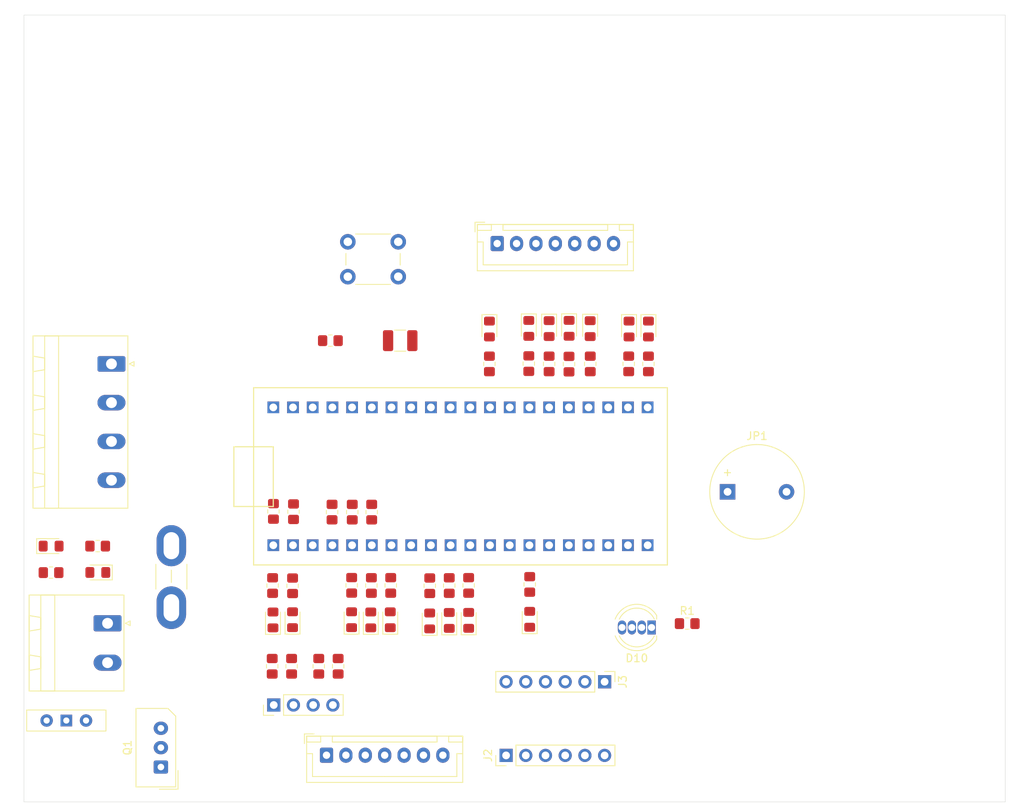
<source format=kicad_pcb>
(kicad_pcb (version 20240108) (generator "pcbnew") (generator_version "8.0")
  (layers (0 "F.Cu" signal) (31 "B.Cu" signal) (34 "B.Paste" user) (35 "F.Paste" user) (36 "B.SilkS" user "B.Silkscreen") (37 "F.SilkS" user "F.Silkscreen") (38 "B.Mask" user) (39 "F.Mask" user) (44 "Edge.Cuts" user))
  (net 0 "")
  (net 1 "Net-(C1-Pad1)")
  (net 2 "RESET")
  (net 3 "GND")
  (net 4 "Net-(D1-A)")
  (net 5 "Net-(D2-A)")
  (net 6 "Net-(D3-A)")
  (net 7 "12_V_battery")
  (net 8 "Net-(D4-A)")
  (net 9 "Net-(D5-A)")
  (net 10 "Net-(D6-A)")
  (net 11 "Net-(D7-A)")
  (net 12 "Net-(D8-A)")
  (net 13 "Net-(D9-A)")
  (net 14 "3V3")
  (net 15 "PWR_IN")
  (net 16 "5V_buck")
  (net 17 "GND_battery")
  (net 19 "RST")
  (net 24 "SCL")
  (net 25 "SDA")
  (net 26 "3V")
  (net 27 "Net-(D10-A)")
  (net 28 "Net-(Q1-G)")
  (net 29 "Net-(D16-A)")
  (net 30 "Net-(D17-A)")
  (net 31 "V_measure")
  (net 32 "BUZZ")
  (net 34 "TOGG_ACT_2")
  (net 35 "TOGG_ACT_1")
  (net 39 "LED_PIN_3")
  (net 40 "LED_PIN_2")
  (net 41 "LED_PIN_1")
  (net 43 "Net-(D11-A)")
  (net 44 "Net-(D12-A)")
  (net 45 "Net-(D13-A)")
  (net 46 "Net-(D14-A)")
  (net 47 "Net-(D15-A)")
  (net 48 "IN_2_1")
  (net 49 "IN_2_2")
  (net 50 "EN_1")
  (net 51 "EN_2")
  (net 52 "EN_3")
  (net 53 "IN_2_3")
  (net 54 "IN_2_4")
  (net 55 "EN_4")
  (net 56 "Net-(JP1-A)")
  (net 57 "Net-(D18-A)")
  (net 58 "Net-(D19-A)")
  (net 59 "IN_1_2")
  (net 60 "IN_1_3")
  (net 61 "IN_1_4")
  (net 62 "ENC_A_1_3.3")
  (net 63 "IN_1_1")
  (net 64 "ENC_A_1")
  (net 65 "ENC_A_2_3.3")
  (net 66 "ENC_A_3_3.3")
  (net 67 "ENC_A_2")
  (net 68 "ENC_A_4_3.3")
  (net 69 "ENC_A_3")
  (net 70 "ENC_A_4")
  (footprint "Resistor_SMD:R_0805_2012Metric_Pad1.20x1.40mm_HandSolder" (layer "F.Cu") (at 93.742346 140.562911 -90)
    (property "Reference" "R22" (hide yes))
    (property "Value" "150" (hide yes))
    (pad "1" smd roundrect (at -1 0 270) (size 1.2 1.4) (layers "F.Cu" "F.Paste" "F.Mask") (roundrect_rratio 0.208333) (net 66 "ENC_A_3_3.3"))
    (pad "2" smd roundrect (at 1 0 270) (size 1.2 1.4) (layers "F.Cu" "F.Paste" "F.Mask") (roundrect_rratio 0.208333) (net 57 "Net-(D18-A)"))
  )
  (footprint "Resistor_SMD:R_0805_2012Metric_Pad1.20x1.40mm_HandSolder" (layer "F.Cu") (at 98.777114 140.572788 -90)
    (property "Reference" "R3" (hide yes))
    (property "Value" "150" (hide yes))
    (pad "1" smd roundrect (at -1 0 270) (size 1.2 1.4) (layers "F.Cu" "F.Paste" "F.Mask") (roundrect_rratio 0.208333) (net 52 "EN_3"))
    (pad "2" smd roundrect (at 1 0 270) (size 1.2 1.4) (layers "F.Cu" "F.Paste" "F.Mask") (roundrect_rratio 0.208333) (net 13 "Net-(D9-A)"))
  )
  (footprint "Connector_JST:JST_XH_B7B-XH-A_1x07_P2.50mm_Vertical" (layer "F.Cu") (at 90.5 162.475)
    (property "Reference" "J5" (hide yes))
    (property "Value" "Conn_01x07_Socket" (hide yes))
    (pad "1" thru_hole roundrect (at 0 0) (size 1.7 1.95) (drill 0.95) (layers "*.Cu" "*.Mask") (roundrect_rratio 0.147059) (net 15 "PWR_IN"))
    (pad "2" thru_hole oval (at 2.5 0) (size 1.7 1.95) (drill 0.95) (layers "*.Cu" "*.Mask") (net 52 "EN_3"))
    (pad "3" thru_hole oval (at 5 0) (size 1.7 1.95) (drill 0.95) (layers "*.Cu" "*.Mask") (net 60 "IN_1_3"))
    (pad "4" thru_hole oval (at 7.5 0) (size 1.7 1.95) (drill 0.95) (layers "*.Cu" "*.Mask") (net 53 "IN_2_3"))
    (pad "5" thru_hole oval (at 10 0) (size 1.7 1.95) (drill 0.95) (layers "*.Cu" "*.Mask") (net 61 "IN_1_4"))
    (pad "6" thru_hole oval (at 12.5 0) (size 1.7 1.95) (drill 0.95) (layers "*.Cu" "*.Mask") (net 54 "IN_2_4"))
    (pad "7" thru_hole oval (at 15 0) (size 1.7 1.95) (drill 0.95) (layers "*.Cu" "*.Mask") (net 55 "EN_4"))
  )
  (footprint "LED_SMD:LED_0805_2012Metric_Pad1.15x1.40mm_HandSolder" (layer "F.Cu") (at 121.772275 107.407223 -90)
    (property "Reference" "D6" (hide yes))
    (property "Value" "GREEN_LED" (hide yes))
    (pad "1" smd roundrect (at -1.025 0 270) (size 1.15 1.4) (layers "F.Cu" "F.Paste" "F.Mask") (roundrect_rratio 0.217391) (net 3 "GND"))
    (pad "2" smd roundrect (at 1.025 0 270) (size 1.15 1.4) (layers "F.Cu" "F.Paste" "F.Mask") (roundrect_rratio 0.217391) (net 10 "Net-(D6-A)"))
  )
  (footprint "Connector_PinHeader_2.54mm:PinHeader_1x06_P2.54mm_Vertical" (layer "F.Cu") (at 113.65 162.5 90)
    (property "Reference" "J2" (at 0 -2.33 90) (layer "F.SilkS"))
    (property "Value" "Conn_01x06_Pin")
    (pad "1" thru_hole rect (at 0 0 90) (size 1.7 1.7) (drill 1) (layers "*.Cu" "*.Mask"))
    (pad "2" thru_hole oval (at 0 2.54 90) (size 1.7 1.7) (drill 1) (layers "*.Cu" "*.Mask"))
    (pad "3" thru_hole oval (at 0 5.08 90) (size 1.7 1.7) (drill 1) (layers "*.Cu" "*.Mask"))
    (pad "4" thru_hole oval (at 0 7.62 90) (size 1.7 1.7) (drill 1) (layers "*.Cu" "*.Mask") (net 19 "RST"))
    (pad "5" thru_hole oval (at 0 10.16 90) (size 1.7 1.7) (drill 1) (layers "*.Cu" "*.Mask"))
    (pad "6" thru_hole oval (at 0 12.7 90) (size 1.7 1.7) (drill 1) (layers "*.Cu" "*.Mask"))
  )
  (footprint "Resistor_SMD:R_0805_2012Metric_Pad1.20x1.40mm_HandSolder" (layer "F.Cu") (at 86.246972 131.063256 90)
    (property "Reference" "R25" (hide yes))
    (property "Value" "9k" (hide yes))
    (pad "1" smd roundrect (at -1 0 90) (size 1.2 1.4) (layers "F.Cu" "F.Paste" "F.Mask") (roundrect_rratio 0.208333) (net 65 "ENC_A_2_3.3"))
    (pad "2" smd roundrect (at 1 0 90) (size 1.2 1.4) (layers "F.Cu" "F.Paste" "F.Mask") (roundrect_rratio 0.208333) (net 3 "GND"))
  )
  (footprint "Connector_PinHeader_2.54mm:PinHeader_1x04_P2.54mm_Vertical" (layer "F.Cu") (at 83.7 156 90)
    (property "Reference" "J6" (hide yes))
    (property "Value" "Conn_01x04_Socket" (hide yes))
    (pad "1" thru_hole rect (at 0 0 90) (size 1.7 1.7) (drill 1) (layers "*.Cu" "*.Mask") (net 64 "ENC_A_1"))
    (pad "2" thru_hole oval (at 0 2.54 90) (size 1.7 1.7) (drill 1) (layers "*.Cu" "*.Mask") (net 67 "ENC_A_2"))
    (pad "3" thru_hole oval (at 0 5.08 90) (size 1.7 1.7) (drill 1) (layers "*.Cu" "*.Mask") (net 69 "ENC_A_3"))
    (pad "4" thru_hole oval (at 0 7.62 90) (size 1.7 1.7) (drill 1) (layers "*.Cu" "*.Mask") (net 70 "ENC_A_4"))
  )
  (footprint "LED_SMD:LED_0805_2012Metric_Pad1.15x1.40mm_HandSolder" (layer "F.Cu") (at 119.197179 107.442256 -90)
    (property "Reference" "D5" (hide yes))
    (property "Value" "GREEN_LED" (hide yes))
    (pad "1" smd roundrect (at -1.025 0 270) (size 1.15 1.4) (layers "F.Cu" "F.Paste" "F.Mask") (roundrect_rratio 0.217391) (net 3 "GND"))
    (pad "2" smd roundrect (at 1.025 0 270) (size 1.15 1.4) (layers "F.Cu" "F.Paste" "F.Mask") (roundrect_rratio 0.217391) (net 9 "Net-(D5-A)"))
  )
  (footprint "LED_SMD:LED_0805_2012Metric_Pad1.15x1.40mm_HandSolder" (layer "F.Cu") (at 93.734937 145.000196 90)
    (property "Reference" "D18" (hide yes))
    (property "Value" "GREEN_LED" (hide yes))
    (pad "1" smd roundrect (at -1.025 0 90) (size 1.15 1.4) (layers "F.Cu" "F.Paste" "F.Mask") (roundrect_rratio 0.217391) (net 3 "GND"))
    (pad "2" smd roundrect (at 1.025 0 90) (size 1.15 1.4) (layers "F.Cu" "F.Paste" "F.Mask") (roundrect_rratio 0.217391) (net 57 "Net-(D18-A)"))
  )
  (footprint "Resistor_SMD:R_0805_2012Metric_Pad1.20x1.40mm_HandSolder" (layer "F.Cu") (at 116.577533 111.962045 90)
    (property "Reference" "R7" (hide yes))
    (property "Value" "150" (hide yes))
    (pad "1" smd roundrect (at -1 0 90) (size 1.2 1.4) (layers "F.Cu" "F.Paste" "F.Mask") (roundrect_rratio 0.208333) (net 63 "IN_1_1"))
    (pad "2" smd roundrect (at 1 0 90) (size 1.2 1.4) (layers "F.Cu" "F.Paste" "F.Mask") (roundrect_rratio 0.208333) (net 8 "Net-(D4-A)"))
  )
  (footprint "Resistor_SMD:R_0805_2012Metric_Pad1.20x1.40mm_HandSolder" (layer "F.Cu") (at 91.215073 131.113862 90)
    (property "Reference" "R2" (hide yes))
    (property "Value" "110" (hide yes))
    (pad "1" smd roundrect (at -1 0 90) (size 1.2 1.4) (layers "F.Cu" "F.Paste" "F.Mask") (roundrect_rratio 0.208333) (net 32 "BUZZ"))
    (pad "2" smd roundrect (at 1 0 90) (size 1.2 1.4) (layers "F.Cu" "F.Paste" "F.Mask") (roundrect_rratio 0.208333) (net 56 "Net-(JP1-A)"))
  )
  (footprint "Connector_Phoenix_MSTB:PhoenixContact_MSTBA_2,5_4-G_1x04_P5.00mm_Horizontal" (layer "F.Cu") (at 62.7775 112 -90)
    (property "Reference" "J1" (hide yes))
    (property "Value" "Conn_01x04_Socket" (hide yes))
    (pad "1" thru_hole roundrect (at 0 0 270) (size 2 3.6) (drill 1.4) (layers "*.Cu" "*.Mask") (roundrect_rratio 0.125) (net 16 "5V_buck"))
    (pad "2" thru_hole oval (at 5 0 270) (size 2 3.6) (drill 1.4) (layers "*.Cu" "*.Mask") (net 3 "GND"))
    (pad "3" thru_hole oval (at 10 0 270) (size 2 3.6) (drill 1.4) (layers "*.Cu" "*.Mask") (net 3 "GND"))
    (pad "4" thru_hole oval (at 15 0 270) (size 2 3.6) (drill 1.4) (layers "*.Cu" "*.Mask") (net 15 "PWR_IN"))
  )
  (footprint "LED_SMD:LED_0805_2012Metric_Pad1.15x1.40mm_HandSolder" (layer "F.Cu") (at 83.597748 145.025302 90)
    (property "Reference" "D16" (hide yes))
    (property "Value" "GREEN_LED" (hide yes))
    (pad "1" smd roundrect (at -1.025 0 90) (size 1.15 1.4) (layers "F.Cu" "F.Paste" "F.Mask") (roundrect_rratio 0.217391) (net 3 "GND"))
    (pad "2" smd roundrect (at 1.025 0 90) (size 1.15 1.4) (layers "F.Cu" "F.Paste" "F.Mask") (roundrect_rratio 0.217391) (net 29 "Net-(D16-A)"))
  )
  (footprint "Resistor_SMD:R_0805_2012Metric_Pad1.20x1.40mm_HandSolder" (layer "F.Cu") (at 132 112 90)
    (property "Reference" "R17" (hide yes))
    (property "Value" "150" (hide yes))
    (pad "1" smd roundrect (at -1 0 90) (size 1.2 1.4) (layers "F.Cu" "F.Paste" "F.Mask") (roundrect_rratio 0.208333) (net 55 "EN_4"))
    (pad "2" smd roundrect (at 1 0 90) (size 1.2 1.4) (layers "F.Cu" "F.Paste" "F.Mask") (roundrect_rratio 0.208333) (net 47 "Net-(D15-A)"))
  )
  (footprint "Capacitor_SMD:C_1210_3225Metric_Pad1.33x2.70mm_HandSolder" (layer "F.Cu") (at 100 109)
    (property "Reference" "C1" (hide yes))
    (property "Value" "C" (hide yes))
    (pad "1" smd roundrect (at -1.5625 0) (size 1.325 2.7) (layers "F.Cu" "F.Paste" "F.Mask") (roundrect_rratio 0.188679) (net 1 "Net-(C1-Pad1)"))
    (pad "2" smd roundrect (at 1.5625 0) (size 1.325 2.7) (layers "F.Cu" "F.Paste" "F.Mask") (roundrect_rratio 0.188679) (net 2 "RESET"))
  )
  (footprint "LED_SMD:LED_0805_2012Metric_Pad1.15x1.40mm_HandSolder" (layer "F.Cu") (at 116.694089 144.943068 90)
    (property "Reference" "D14" (hide yes))
    (property "Value" "GREEN_LED" (hide yes))
    (pad "1" smd roundrect (at -1.025 0 90) (size 1.15 1.4) (layers "F.Cu" "F.Paste" "F.Mask") (roundrect_rratio 0.217391) (net 3 "GND"))
    (pad "2" smd roundrect (at 1.025 0 90) (size 1.15 1.4) (layers "F.Cu" "F.Paste" "F.Mask") (roundrect_rratio 0.217391) (net 46 "Net-(D14-A)"))
  )
  (footprint "Resistor_SMD:R_0805_2012Metric_Pad1.20x1.40mm_HandSolder" (layer "F.Cu") (at 86 151 90)
    (property "Reference" "R23" (hide yes))
    (property "Value" "4.7k" (hide yes))
    (pad "1" smd roundrect (at -1 0 90) (size 1.2 1.4) (layers "F.Cu" "F.Paste" "F.Mask") (roundrect_rratio 0.208333) (net 67 "ENC_A_2"))
    (pad "2" smd roundrect (at 1 0 90) (size 1.2 1.4) (layers "F.Cu" "F.Paste" "F.Mask") (roundrect_rratio 0.208333) (net 65 "ENC_A_2_3.3"))
  )
  (footprint "LED_SMD:LED_0805_2012Metric_Pad1.15x1.40mm_HandSolder" (layer "F.Cu") (at 124.487348 107.449394 -90)
    (property "Reference" "D7" (hide yes))
    (property "Value" "GREEN_LED" (hide yes))
    (pad "1" smd roundrect (at -1.025 0 270) (size 1.15 1.4) (layers "F.Cu" "F.Paste" "F.Mask") (roundrect_rratio 0.217391) (net 3 "GND"))
    (pad "2" smd roundrect (at 1.025 0 270) (size 1.15 1.4) (layers "F.Cu" "F.Paste" "F.Mask") (roundrect_rratio 0.217391) (net 11 "Net-(D7-A)"))
  )
  (footprint "Resistor_SMD:R_0805_2012Metric_Pad1.20x1.40mm_HandSolder" (layer "F.Cu") (at 129.455449 111.995028 90)
    (property "Reference" "R11" (hide yes))
    (property "Value" "150" (hide yes))
    (pad "1" smd roundrect (at -1 0 90) (size 1.2 1.4) (layers "F.Cu" "F.Paste" "F.Mask") (roundrect_rratio 0.208333) (net 51 "EN_2"))
    (pad "2" smd roundrect (at 1 0 90) (size 1.2 1.4) (layers "F.Cu" "F.Paste" "F.Mask") (roundrect_rratio 0.208333) (net 12 "Net-(D8-A)"))
  )
  (footprint "Resistor_SMD:R_0805_2012Metric_Pad1.20x1.40mm_HandSolder" (layer "F.Cu") (at 96.325143 131.117112 90)
    (property "Reference" "R33" (hide yes))
    (property "Value" "9k" (hide yes))
    (pad "1" smd roundrect (at -1 0 90) (size 1.2 1.4) (layers "F.Cu" "F.Paste" "F.Mask") (roundrect_rratio 0.208333) (net 68 "ENC_A_4_3.3"))
    (pad "2" smd roundrect (at 1 0 90) (size 1.2 1.4) (layers "F.Cu" "F.Paste" "F.Mask") (roundrect_rratio 0.208333) (net 3 "GND"))
  )
  (footprint "Resistor_SMD:R_0805_2012Metric_Pad1.20x1.40mm_HandSolder" (layer "F.Cu") (at 124.5 112 90)
    (property "Reference" "R10" (hide yes))
    (property "Value" "150" (hide yes))
    (pad "1" smd roundrect (at -1 0 90) (size 1.2 1.4) (layers "F.Cu" "F.Paste" "F.Mask") (roundrect_rratio 0.208333) (net 49 "IN_2_2"))
    (pad "2" smd roundrect (at 1 0 90) (size 1.2 1.4) (layers "F.Cu" "F.Paste" "F.Mask") (roundrect_rratio 0.208333) (net 11 "Net-(D7-A)"))
  )
  (footprint "RASPBERRY_PI_PICO.kicad_mod:RASPBERRY_PI_PICO" (layer "F.Cu") (at 106.5 126.5 90)
    (property "Reference" "U1" (hide yes))
    (property "Value" "RASPBERRY_PI_PICO" (hide yes))
    (pad "3V3" thru_hole rect (at 8.89 -12.7 90) (size 1.508 1.508) (drill 1) (layers "*.Cu" "*.Mask") (net 14 "3V3"))
    (pad "3V3_EN" thru_hole rect (at 8.89 -15.24 90) (size 1.508 1.508) (drill 1) (layers "*.Cu" "*.Mask"))
    (pad "ADC_VREF" thru_hole rect (at 8.89 -10.16 90) (size 1.508 1.508) (drill 1) (layers "*.Cu" "*.Mask"))
    (pad "AGND" thru_hole rect (at 8.89 -5.08 90) (size 1.508 1.508) (drill 1) (layers "*.Cu" "*.Mask") (net 3 "GND"))
    (pad "GND" thru_hole rect (at 8.89 -17.78 90) (size 1.508 1.508) (drill 1) (layers "*.Cu" "*.Mask") (net 3 "GND"))
    (pad "GND2" thru_hole rect (at 8.89 7.62 90) (size 1.508 1.508) (drill 1) (layers "*.Cu" "*.Mask") (net 3 "GND"))
    (pad "GND3" thru_hole rect (at 8.89 20.32 90) (size 1.508 1.508) (drill 1) (layers "*.Cu" "*.Mask") (net 3 "GND"))
    (pad "GND4" thru_hole rect (at -8.89 -17.78 90) (size 1.508 1.508) (drill 1) (layers "*.Cu" "*.Mask") (net 3 "GND"))
    (pad "GND5" thru_hole rect (at -8.89 -5.08 90) (size 1.508 1.508) (drill 1) (layers "*.Cu" "*.Mask") (net 3 "GND"))
    (pad "GND6" thru_hole rect (at -8.89 7.62 90) (size 1.508 1.508) (drill 1) (layers "*.Cu" "*.Mask") (net 3 "GND"))
    (pad "GND7" thru_hole rect (at -8.89 20.32 90) (size 1.508 1.508) (drill 1) (layers "*.Cu" "*.Mask") (net 3 "GND"))
    (pad "GP0" thru_hole rect (at -8.89 -22.86 90) (size 1.508 1.508) (drill 1) (layers "*.Cu" "*.Mask") (net 62 "ENC_A_1_3.3"))
    (pad "GP1" thru_hole rect (at -8.89 -20.32 90) (size 1.508 1.508) (drill 1) (layers "*.Cu" "*.Mask") (net 65 "ENC_A_2_3.3"))
    (pad "GP2" thru_hole rect (at -8.89 -15.24 90) (size 1.508 1.508) (drill 1) (layers "*.Cu" "*.Mask") (net 32 "BUZZ"))
    (pad "GP3" thru_hole rect (at -8.89 -12.7 90) (size 1.508 1.508) (drill 1) (layers "*.Cu" "*.Mask") (net 66 "ENC_A_3_3.3"))
    (pad "GP4" thru_hole rect (at -8.89 -10.16 90) (size 1.508 1.508) (drill 1) (layers "*.Cu" "*.Mask") (net 68 "ENC_A_4_3.3"))
    (pad "GP5" thru_hole rect (at -8.89 -7.62 90) (size 1.508 1.508) (drill 1) (layers "*.Cu" "*.Mask") (net 52 "EN_3"))
    (pad "GP6" thru_hole rect (at -8.89 -2.54 90) (size 1.508 1.508) (drill 1) (layers "*.Cu" "*.Mask") (net 60 "IN_1_3"))
    (pad "GP7" thru_hole rect (at -8.89 0 90) (size 1.508 1.508) (drill 1) (layers "*.Cu" "*.Mask") (net 53 "IN_2_3"))
    (pad "GP8" thru_hole rect (at -8.89 2.54 90) (size 1.508 1.508) (drill 1) (layers "*.Cu" "*.Mask") (net 61 "IN_1_4"))
    (pad "GP9" thru_hole rect (at -8.89 5.08 90) (size 1.508 1.508) (drill 1) (layers "*.Cu" "*.Mask") (net 19 "RST"))
    (pad "GP10" thru_hole rect (at -8.89 10.16 90) (size 1.508 1.508) (drill 1) (layers "*.Cu" "*.Mask") (net 54 "IN_2_4"))
    (pad "GP11" thru_hole rect (at -8.89 12.7 90) (size 1.508 1.508) (drill 1) (layers "*.Cu" "*.Mask") (net 24 "SCL"))
    (pad "GP12" thru_hole rect (at -8.89 15.24 90) (size 1.508 1.508) (drill 1) (layers "*.Cu" "*.Mask") (net 25 "SDA"))
    (pad "GP13" thru_hole rect (at -8.89 17.78 90) (size 1.508 1.508) (drill 1) (layers "*.Cu" "*.Mask") (net 41 "LED_PIN_1"))
    (pad "GP14" thru_hole rect (at -8.89 22.86 90) (size 1.508 1.508) (drill 1) (layers "*.Cu" "*.Mask") (net 40 "LED_PIN_2"))
    (pad "GP15" thru_hole rect (at -8.89 25.4 90) (size 1.508 1.508) (drill 1) (layers "*.Cu" "*.Mask") (net 39 "LED_PIN_3"))
    (pad "GP16" thru_hole rect (at 8.89 25.4 90) (size 1.508 1.508) (drill 1) (layers "*.Cu" "*.Mask") (net 55 "EN_4"))
    (pad "GP17" thru_hole rect (at 8.89 22.86 90) (size 1.508 1.508) (drill 1) (layers "*.Cu" "*.Mask") (net 51 "EN_2"))
    (pad "GP18" thru_hole rect (at 8.89 17.78 90) (size 1.508 1.508) (drill 1) (layers "*.Cu" "*.Mask") (net 49 "IN_2_2"))
    (pad "GP19" thru_hole rect (at 8.89 15.24 90) (size 1.508 1.508) (drill 1) (layers "*.Cu" "*.Mask") (net 59 "IN_1_2"))
    (pad "GP20" thru_hole rect (at 8.89 12.7 90) (size 1.508 1.508) (drill 1) (layers "*.Cu" "*.Mask") (net 48 "IN_2_1"))
    (pad "GP21" thru_hole rect (at 8.89 10.16 90) (size 1.508 1.508) (drill 1) (layers "*.Cu" "*.Mask") (net 63 "IN_1_1"))
    (pad "GP22" thru_hole rect (at 8.89 5.08 90) (size 1.508 1.508) (drill 1) (layers "*.Cu" "*.Mask") (net 50 "EN_1"))
    (pad "GP26_A0" thru_hole rect (at 8.89 0 90) (size 1.508 1.508) (drill 1) (layers "*.Cu" "*.Mask") (net 35 "TOGG_ACT_1"))
    (pad "GP27_A1" thru_hole rect (at 8.89 -2.54 90) (size 1.508 1.508) (drill 1) (layers "*.Cu" "*.Mask") (net 34 "TOGG_ACT_2"))
    (pad "GP28_A2" thru_hole rect (at 8.89 -7.62 90) (size 1.508 1.508) (drill 1) (layers "*.Cu" "*.Mask") (net 31 "V_measure"))
    (pad "RUN" thru_hole rect (at 8.89 2.54 90) (size 1.508 1.508) (drill 1) (layers "*.Cu" "*.Mask") (net 2 "RESET"))
    (pad "VBUS" thru_hole rect (at 8.89 -22.86 90) (size 1.508 1.508) (drill 1) (layers "*.Cu" "*.Mask") (net 16 "5V_buck"))
    (pad "VSYS" thru_hole rect (at 8.89 -20.32 90) (size 1.508 1.508) (drill 1) (layers "*.Cu" "*.Mask"))
  )
  (footprint "Resistor_SMD:R_0805_2012Metric_Pad1.20x1.40mm_HandSolder" (layer "F.Cu") (at 54.99 138.92)
    (property "Reference" "R5" (hide yes))
    (property "Value" "1k" (hide yes))
    (pad "1" smd roundrect (at -1 0) (size 1.2 1.4) (layers "F.Cu" "F.Paste" "F.Mask") (roundrect_rratio 0.208333) (net 17 "GND_battery"))
    (pad "2" smd roundrect (at 1 0) (size 1.2 1.4) (layers "F.Cu" "F.Paste" "F.Mask") (roundrect_rratio 0.208333) (net 6 "Net-(D3-A)"))
  )
  (footprint "Resistor_SMD:R_0805_2012Metric_Pad1.20x1.40mm_HandSolder" (layer "F.Cu") (at 116.694089 140.443068 -90)
    (property "Reference" "R16" (hide yes))
    (property "Value" "150" (hide yes))
    (pad "1" smd roundrect (at -1 0 270) (size 1.2 1.4) (layers "F.Cu" "F.Paste" "F.Mask") (roundrect_rratio 0.208333) (net 54 "IN_2_4"))
    (pad "2" smd roundrect (at 1 0 270) (size 1.2 1.4) (layers "F.Cu" "F.Paste" "F.Mask") (roundrect_rratio 0.208333) (net 46 "Net-(D14-A)"))
  )
  (footprint "LED_SMD:LED_0805_2012Metric_Pad1.15x1.40mm_HandSolder" (layer "F.Cu") (at 98.718075 145.005314 90)
    (property "Reference" "D9" (hide yes))
    (property "Value" "GREEN_LED" (hide yes))
    (pad "1" smd roundrect (at -1.025 0 90) (size 1.15 1.4) (layers "F.Cu" "F.Paste" "F.Mask") (roundrect_rratio 0.217391) (net 3 "GND"))
    (pad "2" smd roundrect (at 1.025 0 90) (size 1.15 1.4) (layers "F.Cu" "F.Paste" "F.Mask") (roundrect_rratio 0.217391) (net 13 "Net-(D9-A)"))
  )
  (footprint "Resistor_SMD:R_0805_2012Metric_Pad1.20x1.40mm_HandSolder" (layer "F.Cu") (at 93.819205 131.117215 90)
    (property "Reference" "R29" (hide yes))
    (property "Value" "9k" (hide yes))
    (pad "1" smd roundrect (at -1 0 90) (size 1.2 1.4) (layers "F.Cu" "F.Paste" "F.Mask") (roundrect_rratio 0.208333) (net 66 "ENC_A_3_3.3"))
    (pad "2" smd roundrect (at 1 0 90) (size 1.2 1.4) (layers "F.Cu" "F.Paste" "F.Mask") (roundrect_rratio 0.208333) (net 3 "GND"))
  )
  (footprint "Resistor_SMD:R_0805_2012Metric_Pad1.20x1.40mm_HandSolder" (layer "F.Cu") (at 83.550334 140.589101 -90)
    (property "Reference" "R20" (hide yes))
    (property "Value" "150" (hide yes))
    (pad "1" smd roundrect (at -1 0 270) (size 1.2 1.4) (layers "F.Cu" "F.Paste" "F.Mask") (roundrect_rratio 0.208333) (net 62 "ENC_A_1_3.3"))
    (pad "2" smd roundrect (at 1 0 270) (size 1.2 1.4) (layers "F.Cu" "F.Paste" "F.Mask") (roundrect_rratio 0.208333) (net 29 "Net-(D16-A)"))
  )
  (footprint "Connector_Molex:Molex_SPOX_5267-03A_1x03_P2.50mm_Vertical" (layer "F.Cu") (at 69.15 164 90)
    (property "Reference" "Q1" (at 2.5 -4.3 90) (layer "F.SilkS"))
    (property "Value" "NMOS")
    (pad "1" thru_hole roundrect (at 0 0 90) (size 1.7 1.85) (drill 0.85) (layers "*.Cu" "*.Mask") (roundrect_rratio 0.147059) (net 3 "GND"))
    (pad "2" thru_hole oval (at 2.5 0 90) (size 1.7 1.85) (drill 0.85) (layers "*.Cu" "*.Mask") (net 28 "Net-(Q1-G)"))
    (pad "3" thru_hole oval (at 5 0 90) (size 1.7 1.85) (drill 0.85) (layers "*.Cu" "*.Mask") (net 17 "GND_battery"))
  )
  (footprint "Buzzer_Beeper:Buzzer_12x9.5RM7.6" (layer "F.Cu") (at 142.2 128.5)
    (property "Reference" "JP1" (at 3.8 -7.2 360) (layer "F.SilkS"))
    (property "Value" "Jumper_2_Open")
    (fp_text user "+" (at -0.01 -2.54 360) (layer "F.SilkS"))
    (pad "1" thru_hole rect (at 0 0) (size 2 2) (drill 1) (layers "*.Cu" "*.Mask") (net 56 "Net-(JP1-A)"))
    (pad "2" thru_hole circle (at 7.6 0) (size 2 2) (drill 1) (layers "*.Cu" "*.Mask") (net 3 "GND"))
  )
  (footprint "LED_SMD:LED_0805_2012Metric_Pad1.15x1.40mm_HandSolder" (layer "F.Cu") (at 108.82772 145.081223 90)
    (property "Reference" "D13" (hide yes))
    (property "Value" "GREEN_LED" (hide yes))
    (pad "1" smd roundrect (at -1.025 0 90) (size 1.15 1.4) (layers "F.Cu" "F.Paste" "F.Mask") (roundrect_rratio 0.217391) (net 3 "GND"))
    (pad "2" smd roundrect (at 1.025 0 90) (size 1.15 1.4) (layers "F.Cu" "F.Paste" "F.Mask") (roundrect_rratio 0.217391) (net 45 "Net-(D13-A)"))
  )
  (footprint "Resistor_SMD:R_0805_2012Metric_Pad1.20x1.40mm_HandSolder" (layer "F.Cu") (at 92 151 90)
    (property "Reference" "R31" (hide yes))
    (property "Value" "4.7k" (hide yes))
    (pad "1" smd roundrect (at -1 0 90) (size 1.2 1.4) (layers "F.Cu" "F.Paste" "F.Mask") (roundrect_rratio 0.208333) (net 70 "ENC_A_4"))
    (pad "2" smd roundrect (at 1 0 90) (size 1.2 1.4) (layers "F.Cu" "F.Paste" "F.Mask") (roundrect_rratio 0.208333) (net 68 "ENC_A_4_3.3"))
  )
  (footprint "Resistor_SMD:R_0805_2012Metric_Pad1.20x1.40mm_HandSolder" (layer "F.Cu") (at 83.660038 131.025302 90)
    (property "Reference" "R19" (hide yes))
    (property "Value" "9k" (hide yes))
    (pad "1" smd roundrect (at -1 0 90) (size 1.2 1.4) (layers "F.Cu" "F.Paste" "F.Mask") (roundrect_rratio 0.208333) (net 62 "ENC_A_1_3.3"))
    (pad "2" smd roundrect (at 1 0 90) (size 1.2 1.4) (layers "F.Cu" "F.Paste" "F.Mask") (roundrect_rratio 0.208333) (net 3 "GND"))
  )
  (footprint "Resistor_SMD:R_0805_2012Metric_Pad1.20x1.40mm_HandSolder" (layer "F.Cu") (at 91 109)
    (property "Reference" "R13" (hide yes))
    (property "Value" "220" (hide yes))
    (pad "1" smd roundrect (at -1 0) (size 1.2 1.4) (layers "F.Cu" "F.Paste" "F.Mask") (roundrect_rratio 0.208333) (net 3 "GND"))
    (pad "2" smd roundrect (at 1 0) (size 1.2 1.4) (layers "F.Cu" "F.Paste" "F.Mask") (roundrect_rratio 0.208333) (net 1 "Net-(C1-Pad1)"))
  )
  (footprint "LED_SMD:LED_0805_2012Metric_Pad1.15x1.40mm_HandSolder" (layer "F.Cu") (at 55 135.5)
    (property "Reference" "D2" (hide yes))
    (property "Value" "GREEN_LED" (hide yes))
    (pad "1" smd roundrect (at -1.025 0) (size 1.15 1.4) (layers "F.Cu" "F.Paste" "F.Mask") (roundrect_rratio 0.217391) (net 3 "GND"))
    (pad "2" smd roundrect (at 1.025 0) (size 1.15 1.4) (layers "F.Cu" "F.Paste" "F.Mask") (roundrect_rratio 0.217391) (net 5 "Net-(D2-A)"))
  )
  (footprint "Connector_JST:JST_XH_B7B-XH-A_1x07_P2.50mm_Vertical" (layer "F.Cu") (at 112.5 96.475)
    (property "Reference" "J4" (hide yes))
    (property "Value" "Conn_01x07_Socket" (hide yes))
    (pad "1" thru_hole roundrect (at 0 0) (size 1.7 1.95) (drill 0.95) (layers "*.Cu" "*.Mask") (roundrect_rratio 0.147059) (net 15 "PWR_IN"))
    (pad "2" thru_hole oval (at 2.5 0) (size 1.7 1.95) (drill 0.95) (layers "*.Cu" "*.Mask") (net 50 "EN_1"))
    (pad "3" thru_hole oval (at 5 0) (size 1.7 1.95) (drill 0.95) (layers "*.Cu" "*.Mask") (net 63 "IN_1_1"))
    (pad "4" thru_hole oval (at 7.5 0) (size 1.7 1.95) (drill 0.95) (layers "*.Cu" "*.Mask") (net 48 "IN_2_1"))
    (pad "5" thru_hole oval (at 10 0) (size 1.7 1.95) (drill 0.95) (layers "*.Cu" "*.Mask") (net 59 "IN_1_2"))
    (pad "6" thru_hole oval (at 12.5 0) (size 1.7 1.95) (drill 0.95) (layers "*.Cu" "*.Mask") (net 49 "IN_2_2"))
    (pad "7" thru_hole oval (at 15 0) (size 1.7 1.95) (drill 0.95) (layers "*.Cu" "*.Mask") (net 51 "EN_2"))
  )
  (footprint "Fuse:Fuse_Blade_Mini_directSolder" (layer "F.Cu") (at 70.5 143.45 90)
    (property "Reference" "F1" (hide yes))
    (property "Value" "Fuse" (hide yes))
    (pad "1" thru_hole oval (at 0 0 90) (size 5.5 3.8) (drill oval 3.5 2) (layers "*.Cu" "*.Mask") (net 7 "12_V_battery"))
    (pad "2" thru_hole oval (at 8 0 90) (size 5.3 3.8) (drill oval 3.5 2) (layers "*.Cu" "*.Mask") (net 15 "PWR_IN"))
  )
  (footprint "Resistor_SMD:R_0805_2012Metric_Pad1.20x1.40mm_HandSolder" (layer "F.Cu") (at 86.126513 140.620458 -90)
    (property "Reference" "R21" (hide yes))
    (property "Value" "150" (hide yes))
    (pad "1" smd roundrect (at -1 0 270) (size 1.2 1.4) (layers "F.Cu" "F.Paste" "F.Mask") (roundrect_rratio 0.208333) (net 65 "ENC_A_2_3.3"))
    (pad "2" smd roundrect (at 1 0 270) (size 1.2 1.4) (layers "F.Cu" "F.Paste" "F.Mask") (roundrect_rratio 0.208333) (net 30 "Net-(D17-A)"))
  )
  (footprint "Resistor_SMD:R_0805_2012Metric_Pad1.20x1.40mm_HandSolder" (layer "F.Cu") (at 111.5 112 90)
    (property "Reference" "R6" (hide yes))
    (property "Value" "150" (hide yes))
    (pad "1" smd roundrect (at -1 0 90) (size 1.2 1.4) (layers "F.Cu" "F.Paste" "F.Mask") (roundrect_rratio 0.208333) (net 50 "EN_1"))
    (pad "2" smd roundrect (at 1 0 90) (size 1.2 1.4) (layers "F.Cu" "F.Paste" "F.Mask") (roundrect_rratio 0.208333) (net 4 "Net-(D1-A)"))
  )
  (footprint "LED_SMD:LED_0805_2012Metric_Pad1.15x1.40mm_HandSolder" (layer "F.Cu") (at 96.209363 145.02252 90)
    (property "Reference" "D19" (hide yes))
    (property "Value" "GREEN_LED" (hide yes))
    (pad "1" smd roundrect (at -1.025 0 90) (size 1.15 1.4) (layers "F.Cu" "F.Paste" "F.Mask") (roundrect_rratio 0.217391) (net 3 "GND"))
    (pad "2" smd roundrect (at 1.025 0 90) (size 1.15 1.4) (layers "F.Cu" "F.Paste" "F.Mask") (roundrect_rratio 0.217391) (net 58 "Net-(D19-A)"))
  )
  (footprint "LED_THT:LED_D5.0mm-4_RGB" (layer "F.Cu") (at 132.405 146 180)
    (property "Reference" "D10" (at 1.905 -3.96 360) (layer "F.SilkS"))
    (property "Value" "ASMB-MTB0-0A3A2")
    (pad "1" thru_hole rect (at 0 0 180) (size 1.07 1.8) (drill 0.9) (layers "*.Cu" "*.Mask") (net 27 "Net-(D10-A)"))
    (pad "2" thru_hole oval (at 1.27 0 180) (size 1.07 1.8) (drill 0.9) (layers "*.Cu" "*.Mask") (net 39 "LED_PIN_3"))
    (pad "3" thru_hole oval (at 2.54 0 180) (size 1.07 1.8) (drill 0.9) (layers "*.Cu" "*.Mask") (net 40 "LED_PIN_2"))
    (pad "4" thru_hole oval (at 3.81 0 180) (size 1.07 1.8) (drill 0.9) (layers "*.Cu" "*.Mask") (net 41 "LED_PIN_1"))
  )
  (footprint "LED_SMD:LED_0805_2012Metric_Pad1.15x1.40mm_HandSolder" (layer "F.Cu") (at 103.801876 145.155293 90)
    (property "Reference" "D11" (hide yes))
    (property "Value" "GREEN_LED" (hide yes))
    (pad "1" smd roundrect (at -1.025 0 90) (size 1.15 1.4) (layers "F.Cu" "F.Paste" "F.Mask") (roundrect_rratio 0.217391) (net 3 "GND"))
    (pad "2" smd roundrect (at 1.025 0 90) (size 1.15 1.4) (layers "F.Cu" "F.Paste" "F.Mask") (roundrect_rratio 0.217391) (net 43 "Net-(D11-A)"))
  )
  (footprint "Resistor_SMD:R_0805_2012Metric_Pad1.20x1.40mm_HandSolder" (layer "F.Cu") (at 121.759623 112.025302 90)
    (property "Reference" "R9" (hide yes))
    (property "Value" "150" (hide yes))
    (pad "1" smd roundrect (at -1 0 90) (size 1.2 1.4) (layers "F.Cu" "F.Paste" "F.Mask") (roundrect_rratio 0.208333) (net 59 "IN_1_2"))
    (pad "2" smd roundrect (at 1 0 90) (size 1.2 1.4) (layers "F.Cu" "F.Paste" "F.Mask") (roundrect_rratio 0.208333) (net 10 "Net-(D6-A)"))
  )
  (footprint "Resistor_SMD:R_0805_2012Metric_Pad1.20x1.40mm_HandSolder" (layer "F.Cu") (at 137 145.5)
    (property "Reference" "R1" (at 0 -1.65 0) (layer "F.SilkS"))
    (property "Value" "220")
    (pad "1" smd roundrect (at -1 0) (size 1.2 1.4) (layers "F.Cu" "F.Paste" "F.Mask") (roundrect_rratio 0.208333) (net 27 "Net-(D10-A)"))
    (pad "2" smd roundrect (at 1 0) (size 1.2 1.4) (layers "F.Cu" "F.Paste" "F.Mask") (roundrect_rratio 0.208333) (net 3 "GND"))
  )
  (footprint "LED_SMD:LED_0805_2012Metric_Pad1.15x1.40mm_HandSolder" (layer "F.Cu") (at 106.322478 145.089328 90)
    (property "Reference" "D12" (hide yes))
    (property "Value" "GREEN_LED" (hide yes))
    (pad "1" smd roundrect (at -1.025 0 90) (size 1.15 1.4) (layers "F.Cu" "F.Paste" "F.Mask") (roundrect_rratio 0.217391) (net 3 "GND"))
    (pad "2" smd roundrect (at 1.025 0 90) (size 1.15 1.4) (layers "F.Cu" "F.Paste" "F.Mask") (roundrect_rratio 0.217391) (net 44 "Net-(D12-A)"))
  )
  (footprint "LED_SMD:LED_0805_2012Metric_Pad1.15x1.40mm_HandSolder" (layer "F.Cu") (at 86.121271 145 90)
    (property "Reference" "D17" (hide yes))
    (property "Value" "GREEN_LED" (hide yes))
    (pad "1" smd roundrect (at -1.025 0 90) (size 1.15 1.4) (layers "F.Cu" "F.Paste" "F.Mask") (roundrect_rratio 0.217391) (net 3 "GND"))
    (pad "2" smd roundrect (at 1.025 0 90) (size 1.15 1.4) (layers "F.Cu" "F.Paste" "F.Mask") (roundrect_rratio 0.217391) (net 30 "Net-(D17-A)"))
  )
  (footprint "Resistor_SMD:R_0805_2012Metric_Pad1.20x1.40mm_HandSolder" (layer "F.Cu") (at 89.5 151 90)
    (property "Reference" "R27" (hide yes))
    (property "Value" "4.7k" (hide yes))
    (pad "1" smd roundrect (at -1 0 90) (size 1.2 1.4) (layers "F.Cu" "F.Paste" "F.Mask") (roundrect_rratio 0.208333) (net 69 "ENC_A_3"))
    (pad "2" smd roundrect (at 1 0 90) (size 1.2 1.4) (layers "F.Cu" "F.Paste" "F.Mask") (roundrect_rratio 0.208333) (net 66 "ENC_A_3_3.3"))
  )
  (footprint "Resistor_SMD:R_0805_2012Metric_Pad1.20x1.40mm_HandSolder" (layer "F.Cu") (at 108.820617 140.572788 -90)
    (property "Reference" "R15" (hide yes))
    (property "Value" "150" (hide yes))
    (pad "1" smd roundrect (at -1 0 270) (size 1.2 1.4) (layers "F.Cu" "F.Paste" "F.Mask") (roundrect_rratio 0.208333) (net 61 "IN_1_4"))
    (pad "2" smd roundrect (at 1 0 270) (size 1.2 1.4) (layers "F.Cu" "F.Paste" "F.Mask") (roundrect_rratio 0.208333) (net 45 "Net-(D13-A)"))
  )
  (footprint "LED_SMD:LED_0805_2012Metric_Pad1.15x1.40mm_HandSolder" (layer "F.Cu") (at 129.5 107.5 -90)
    (property "Reference" "D8" (hide yes))
    (property "Value" "GREEN_LED" (hide yes))
    (pad "1" smd roundrect (at -1.025 0 270) (size 1.15 1.4) (layers "F.Cu" "F.Paste" "F.Mask") (roundrect_rratio 0.217391) (net 3 "GND"))
    (pad "2" smd roundrect (at 1.025 0 270) (size 1.15 1.4) (layers "F.Cu" "F.Paste" "F.Mask") (roundrect_rratio 0.217391) (net 12 "Net-(D8-A)"))
  )
  (footprint "Button_Switch_THT:SW_Slide-03_Wuerth-WS-SLTV_10x2.5x6.4_P2.54mm" (layer "F.Cu") (at 56.96 158)
    (property "Reference" "SW2" (hide yes))
    (property "Value" "SW_Wuerth_450301014042" (hide yes))
    (pad "1" thru_hole rect (at 0 0) (size 1.5 1.5) (drill 0.8) (layers "*.Cu" "*.Mask") (net 7 "12_V_battery"))
    (pad "2" thru_hole circle (at -2.54 0) (size 1.6 1.6) (drill 0.8) (layers "*.Cu" "*.Mask"))
    (pad "3" thru_hole circle (at 2.54 0) (size 1.6 1.6) (drill 0.8) (layers "*.Cu" "*.Mask") (net 28 "Net-(Q1-G)"))
  )
  (footprint "Connector_PinHeader_2.54mm:PinHeader_1x06_P2.54mm_Vertical" (layer "F.Cu") (at 126.35 153 -90)
    (property "Reference" "J3" (at 0 -2.33 90) (layer "F.SilkS"))
    (property "Value" "Conn_01x06_Pin")
    (pad "1" thru_hole rect (at 0 0 270) (size 1.7 1.7) (drill 1) (layers "*.Cu" "*.Mask"))
    (pad "2" thru_hole oval (at 0 2.54 270) (size 1.7 1.7) (drill 1) (layers "*.Cu" "*.Mask") (net 25 "SDA"))
    (pad "3" thru_hole oval (at 0 5.08 270) (size 1.7 1.7) (drill 1) (layers "*.Cu" "*.Mask") (net 24 "SCL"))
    (pad "4" thru_hole oval (at 0 7.62 270) (size 1.7 1.7) (drill 1) (layers "*.Cu" "*.Mask") (net 3 "GND"))
    (pad "5" thru_hole oval (at 0 10.16 270) (size 1.7 1.7) (drill 1) (layers "*.Cu" "*.Mask") (net 26 "3V"))
    (pad "6" thru_hole oval (at 0 12.7 270) (size 1.7 1.7) (drill 1) (layers "*.Cu" "*.Mask") (net 14 "3V3"))
  )
  (footprint "Button_Switch_THT:SW_PUSH_6mm_H5mm" (layer "F.Cu") (at 99.75 100.75 180)
    (property "Reference" "SW1" (hide yes))
    (property "Value" "SW_Push" (hide yes))
    (pad "1" thru_hole circle (at 0 0 270) (size 2 2) (drill 1.1) (layers "*.Cu" "*.Mask") (net 2 "RESET"))
    (pad "1" thru_hole circle (at 6.5 0 270) (size 2 2) (drill 1.1) (layers "*.Cu" "*.Mask") (net 2 "RESET"))
    (pad "2" thru_hole circle (at 0 4.5 270) (size 2 2) (drill 1.1) (layers "*.Cu" "*.Mask") (net 3 "GND"))
    (pad "2" thru_hole circle (at 6.5 4.5 270) (size 2 2) (drill 1.1) (layers "*.Cu" "*.Mask") (net 3 "GND"))
  )
  (footprint "LED_SMD:LED_0805_2012Metric_Pad1.15x1.40mm_HandSolder" (layer "F.Cu") (at 111.5 107.5 -90)
    (property "Reference" "D1" (hide yes))
    (property "Value" "GREEN_LED" (hide yes))
    (pad "1" smd roundrect (at -1.025 0 270) (size 1.15 1.4) (layers "F.Cu" "F.Paste" "F.Mask") (roundrect_rratio 0.217391) (net 3 "GND"))
    (pad "2" smd roundrect (at 1.025 0 270) (size 1.15 1.4) (layers "F.Cu" "F.Paste" "F.Mask") (roundrect_rratio 0.217391) (net 4 "Net-(D1-A)"))
  )
  (footprint "LED_SMD:LED_0805_2012Metric_Pad1.15x1.40mm_HandSolder" (layer "F.Cu") (at 61.02 138.9 180)
    (property "Reference" "D3" (hide yes))
    (property "Value" "RED_LED" (hide yes))
    (pad "1" smd roundrect (at -1.025 0 180) (size 1.15 1.4) (layers "F.Cu" "F.Paste" "F.Mask") (roundrect_rratio 0.217391) (net 7 "12_V_battery"))
    (pad "2" smd roundrect (at 1.025 0 180) (size 1.15 1.4) (layers "F.Cu" "F.Paste" "F.Mask") (roundrect_rratio 0.217391) (net 6 "Net-(D3-A)"))
  )
  (footprint "Resistor_SMD:R_0805_2012Metric_Pad1.20x1.40mm_HandSolder" (layer "F.Cu") (at 106.322478 140.589328 -90)
    (property "Reference" "R14" (hide yes))
    (property "Value" "150" (hide yes))
    (pad "1" smd roundrect (at -1 0 270) (size 1.2 1.4) (layers "F.Cu" "F.Paste" "F.Mask") (roundrect_rratio 0.208333) (net 53 "IN_2_3"))
    (pad "2" smd roundrect (at 1 0 270) (size 1.2 1.4) (layers "F.Cu" "F.Paste" "F.Mask") (roundrect_rratio 0.208333) (net 44 "Net-(D12-A)"))
  )
  (footprint "Connector_Phoenix_MSTB:PhoenixContact_MSTBA_2,5_2-G-5,08_1x02_P5.08mm_Horizontal" (layer "F.Cu") (at 62.2775 145.46 -90)
    (property "Reference" "BATTERY_CONN1" (hide yes))
    (property "Value" "Conn_01x02_Socket" (hide yes))
    (pad "1" thru_hole roundrect (at 0 0 270) (size 2.08 3.6) (drill 1.4) (layers "*.Cu" "*.Mask") (roundrect_rratio 0.120192) (net 7 "12_V_battery"))
    (pad "2" thru_hole oval (at 5.08 0 270) (size 2.08 3.6) (drill 1.4) (layers "*.Cu" "*.Mask") (net 17 "GND_battery"))
  )
  (footprint "LED_SMD:LED_0805_2012Metric_Pad1.15x1.40mm_HandSolder" (layer "F.Cu") (at 116.577533 107.417765 -90)
    (property "Reference" "D4" (hide yes))
    (property "Value" "GREEN_LED" (hide yes))
    (pad "1" smd roundrect (at -1.025 0 270) (size 1.15 1.4) (layers "F.Cu" "F.Paste" "F.Mask") (roundrect_rratio 0.217391) (net 3 "GND"))
    (pad "2" smd roundrect (at 1.025 0 270) (size 1.15 1.4) (layers "F.Cu" "F.Paste" "F.Mask") (roundrect_rratio 0.217391) (net 8 "Net-(D4-A)"))
  )
  (footprint "Resistor_SMD:R_0805_2012Metric_Pad1.20x1.40mm_HandSolder" (layer "F.Cu") (at 61 135.5 180)
    (property "Reference" "R4" (hide yes))
    (property "Value" "1k" (hide yes))
    (pad "1" smd roundrect (at -1 0 180) (size 1.2 1.4) (layers "F.Cu" "F.Paste" "F.Mask") (roundrect_rratio 0.208333) (net 15 "PWR_IN"))
    (pad "2" smd roundrect (at 1 0 180) (size 1.2 1.4) (layers "F.Cu" "F.Paste" "F.Mask") (roundrect_rratio 0.208333) (net 5 "Net-(D2-A)"))
  )
  (footprint "Resistor_SMD:R_0805_2012Metric_Pad1.20x1.40mm_HandSolder" (layer "F.Cu") (at 96.285271 140.581889 -90)
    (property "Reference" "R24" (hide yes))
    (property "Value" "150" (hide yes))
    (pad "1" smd roundrect (at -1 0 270) (size 1.2 1.4) (layers "F.Cu" "F.Paste" "F.Mask") (roundrect_rratio 0.208333) (net 68 "ENC_A_4_3.3"))
    (pad "2" smd roundrect (at 1 0 270) (size 1.2 1.4) (layers "F.Cu" "F.Paste" "F.Mask") (roundrect_rratio 0.208333) (net 58 "Net-(D19-A)"))
  )
  (footprint "Resistor_SMD:R_0805_2012Metric_Pad1.20x1.40mm_HandSolder" (layer "F.Cu") (at 83.5 151 90)
    (property "Reference" "R18" (hide yes))
    (property "Value" "4.7k" (hide yes))
    (pad "1" smd roundrect (at -1 0 90) (size 1.2 1.4) (layers "F.Cu" "F.Paste" "F.Mask") (roundrect_rratio 0.208333) (net 64 "ENC_A_1"))
    (pad "2" smd roundrect (at 1 0 90) (size 1.2 1.4) (layers "F.Cu" "F.Paste" "F.Mask") (roundrect_rratio 0.208333) (net 62 "ENC_A_1_3.3"))
  )
  (footprint "Resistor_SMD:R_0805_2012Metric_Pad1.20x1.40mm_HandSolder" (layer "F.Cu") (at 119.196367 112 90)
    (property "Reference" "R8" (hide yes))
    (property "Value" "150" (hide yes))
    (pad "1" smd roundrect (at -1 0 90) (size 1.2 1.4) (layers "F.Cu" "F.Paste" "F.Mask") (roundrect_rratio 0.208333) (net 48 "IN_2_1"))
    (pad "2" smd roundrect (at 1 0 90) (size 1.2 1.4) (layers "F.Cu" "F.Paste" "F.Mask") (roundrect_rratio 0.208333) (net 9 "Net-(D5-A)"))
  )
  (footprint "Resistor_SMD:R_0805_2012Metric_Pad1.20x1.40mm_HandSolder" (layer "F.Cu") (at 103.809285 140.612368 -90)
    (property "Reference" "R12" (hide yes))
    (property "Value" "150" (hide yes))
    (pad "1" smd roundrect (at -1 0 270) (size 1.2 1.4) (layers "F.Cu" "F.Paste" "F.Mask") (roundrect_rratio 0.208333) (net 60 "IN_1_3"))
    (pad "2" smd roundrect (at 1 0 270) (size 1.2 1.4) (layers "F.Cu" "F.Paste" "F.Mask") (roundrect_rratio 0.208333) (net 43 "Net-(D11-A)"))
  )
  (footprint "LED_SMD:LED_0805_2012Metric_Pad1.15x1.40mm_HandSolder" (layer "F.Cu") (at 132 107.5 -90)
    (property "Reference" "D15" (hide yes))
    (property "Value" "GREEN_LED" (hide yes))
    (pad "1" smd roundrect (at -1.025 0 270) (size 1.15 1.4) (layers "F.Cu" "F.Paste" "F.Mask") (roundrect_rratio 0.217391) (net 3 "GND"))
    (pad "2" smd roundrect (at 1.025 0 270) (size 1.15 1.4) (layers "F.Cu" "F.Paste" "F.Mask") (roundrect_rratio 0.217391) (net 47 "Net-(D15-A)"))
  )
  (gr_rect (start 51.5 67) (end 178 168.5) (stroke (width 0.05)) (fill none) (layer "Edge.Cuts"))
)
</source>
